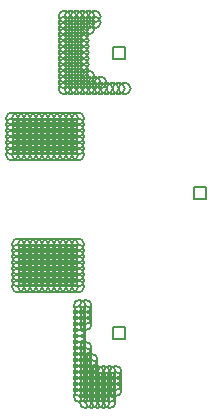
<source format=gbr>
G04 Layer_Color=2752767*
%FSLAX25Y25*%
%MOIN*%
%TF.FileFunction,Drawing*%
%TF.Part,Single*%
G01*
G75*
%ADD22C,0.00500*%
%ADD23C,0.00667*%
D22*
X364683Y438497D02*
Y442497D01*
X368683D01*
Y438497D01*
X364683D01*
X364683Y344905D02*
Y348905D01*
X368683D01*
Y344905D01*
X364683D01*
X391701Y391701D02*
Y395701D01*
X395701D01*
Y391701D01*
X391701D01*
D23*
X355000Y412500D02*
G03*
X355000Y412500I-2000J0D01*
G01*
X353000D02*
G03*
X353000Y412500I-2000J0D01*
G01*
X351000D02*
G03*
X351000Y412500I-2000J0D01*
G01*
X349000D02*
G03*
X349000Y412500I-2000J0D01*
G01*
X347000D02*
G03*
X347000Y412500I-2000J0D01*
G01*
X345000D02*
G03*
X345000Y412500I-2000J0D01*
G01*
X343000D02*
G03*
X343000Y412500I-2000J0D01*
G01*
X341000D02*
G03*
X341000Y412500I-2000J0D01*
G01*
Y414500D02*
G03*
X341000Y414500I-2000J0D01*
G01*
X343000D02*
G03*
X343000Y414500I-2000J0D01*
G01*
X345000D02*
G03*
X345000Y414500I-2000J0D01*
G01*
X347000D02*
G03*
X347000Y414500I-2000J0D01*
G01*
X349000D02*
G03*
X349000Y414500I-2000J0D01*
G01*
X351000D02*
G03*
X351000Y414500I-2000J0D01*
G01*
X353000D02*
G03*
X353000Y414500I-2000J0D01*
G01*
X355000D02*
G03*
X355000Y414500I-2000J0D01*
G01*
Y416500D02*
G03*
X355000Y416500I-2000J0D01*
G01*
X353000D02*
G03*
X353000Y416500I-2000J0D01*
G01*
X351000D02*
G03*
X351000Y416500I-2000J0D01*
G01*
X349000D02*
G03*
X349000Y416500I-2000J0D01*
G01*
X347000D02*
G03*
X347000Y416500I-2000J0D01*
G01*
X345000D02*
G03*
X345000Y416500I-2000J0D01*
G01*
X343000D02*
G03*
X343000Y416500I-2000J0D01*
G01*
X341000D02*
G03*
X341000Y416500I-2000J0D01*
G01*
Y418500D02*
G03*
X341000Y418500I-2000J0D01*
G01*
X343000D02*
G03*
X343000Y418500I-2000J0D01*
G01*
X345000D02*
G03*
X345000Y418500I-2000J0D01*
G01*
X347000D02*
G03*
X347000Y418500I-2000J0D01*
G01*
X349000D02*
G03*
X349000Y418500I-2000J0D01*
G01*
X351000D02*
G03*
X351000Y418500I-2000J0D01*
G01*
X353000D02*
G03*
X353000Y418500I-2000J0D01*
G01*
X355000D02*
G03*
X355000Y418500I-2000J0D01*
G01*
Y410500D02*
G03*
X355000Y410500I-2000J0D01*
G01*
X353000D02*
G03*
X353000Y410500I-2000J0D01*
G01*
X351000D02*
G03*
X351000Y410500I-2000J0D01*
G01*
X349000D02*
G03*
X349000Y410500I-2000J0D01*
G01*
X347000D02*
G03*
X347000Y410500I-2000J0D01*
G01*
X345000D02*
G03*
X345000Y410500I-2000J0D01*
G01*
X343000D02*
G03*
X343000Y410500I-2000J0D01*
G01*
X341000D02*
G03*
X341000Y410500I-2000J0D01*
G01*
X339000D02*
G03*
X339000Y410500I-2000J0D01*
G01*
Y412500D02*
G03*
X339000Y412500I-2000J0D01*
G01*
Y414500D02*
G03*
X339000Y414500I-2000J0D01*
G01*
Y416500D02*
G03*
X339000Y416500I-2000J0D01*
G01*
Y418500D02*
G03*
X339000Y418500I-2000J0D01*
G01*
X337000D02*
G03*
X337000Y418500I-2000J0D01*
G01*
Y416500D02*
G03*
X337000Y416500I-2000J0D01*
G01*
Y414500D02*
G03*
X337000Y414500I-2000J0D01*
G01*
Y412500D02*
G03*
X337000Y412500I-2000J0D01*
G01*
Y410500D02*
G03*
X337000Y410500I-2000J0D01*
G01*
X335000D02*
G03*
X335000Y410500I-2000J0D01*
G01*
Y412500D02*
G03*
X335000Y412500I-2000J0D01*
G01*
Y414500D02*
G03*
X335000Y414500I-2000J0D01*
G01*
Y416500D02*
G03*
X335000Y416500I-2000J0D01*
G01*
Y418500D02*
G03*
X335000Y418500I-2000J0D01*
G01*
X333000D02*
G03*
X333000Y418500I-2000J0D01*
G01*
Y416500D02*
G03*
X333000Y416500I-2000J0D01*
G01*
Y414500D02*
G03*
X333000Y414500I-2000J0D01*
G01*
Y412500D02*
G03*
X333000Y412500I-2000J0D01*
G01*
Y410500D02*
G03*
X333000Y410500I-2000J0D01*
G01*
X345000Y408500D02*
G03*
X345000Y408500I-2000J0D01*
G01*
X347000D02*
G03*
X347000Y408500I-2000J0D01*
G01*
X343000D02*
G03*
X343000Y408500I-2000J0D01*
G01*
X349000D02*
G03*
X349000Y408500I-2000J0D01*
G01*
X351000D02*
G03*
X351000Y408500I-2000J0D01*
G01*
X353000D02*
G03*
X353000Y408500I-2000J0D01*
G01*
X355000D02*
G03*
X355000Y408500I-2000J0D01*
G01*
X341000D02*
G03*
X341000Y408500I-2000J0D01*
G01*
X339000D02*
G03*
X339000Y408500I-2000J0D01*
G01*
X337000D02*
G03*
X337000Y408500I-2000J0D01*
G01*
X335000D02*
G03*
X335000Y408500I-2000J0D01*
G01*
X333000D02*
G03*
X333000Y408500I-2000J0D01*
G01*
Y406500D02*
G03*
X333000Y406500I-2000J0D01*
G01*
X335000D02*
G03*
X335000Y406500I-2000J0D01*
G01*
X337000D02*
G03*
X337000Y406500I-2000J0D01*
G01*
X339000D02*
G03*
X339000Y406500I-2000J0D01*
G01*
X341000D02*
G03*
X341000Y406500I-2000J0D01*
G01*
X343000D02*
G03*
X343000Y406500I-2000J0D01*
G01*
X345000D02*
G03*
X345000Y406500I-2000J0D01*
G01*
X347000D02*
G03*
X347000Y406500I-2000J0D01*
G01*
X349000D02*
G03*
X349000Y406500I-2000J0D01*
G01*
X351000D02*
G03*
X351000Y406500I-2000J0D01*
G01*
X353000D02*
G03*
X353000Y406500I-2000J0D01*
G01*
X355000D02*
G03*
X355000Y406500I-2000J0D01*
G01*
X366500Y428500D02*
G03*
X366500Y428500I-2000J0D01*
G01*
X364500D02*
G03*
X364500Y428500I-2000J0D01*
G01*
X362500D02*
G03*
X362500Y428500I-2000J0D01*
G01*
X360500D02*
G03*
X360500Y428500I-2000J0D01*
G01*
Y430500D02*
G03*
X360500Y430500I-2000J0D01*
G01*
X362500D02*
G03*
X362500Y430500I-2000J0D01*
G01*
X368500Y428500D02*
G03*
X368500Y428500I-2000J0D01*
G01*
X370500D02*
G03*
X370500Y428500I-2000J0D01*
G01*
X358500Y430500D02*
G03*
X358500Y430500I-2000J0D01*
G01*
Y428500D02*
G03*
X358500Y428500I-2000J0D01*
G01*
Y432500D02*
G03*
X358500Y432500I-2000J0D01*
G01*
X356500D02*
G03*
X356500Y432500I-2000J0D01*
G01*
Y430500D02*
G03*
X356500Y430500I-2000J0D01*
G01*
Y428500D02*
G03*
X356500Y428500I-2000J0D01*
G01*
Y434500D02*
G03*
X356500Y434500I-2000J0D01*
G01*
Y436500D02*
G03*
X356500Y436500I-2000J0D01*
G01*
Y438500D02*
G03*
X356500Y438500I-2000J0D01*
G01*
Y440500D02*
G03*
X356500Y440500I-2000J0D01*
G01*
Y442500D02*
G03*
X356500Y442500I-2000J0D01*
G01*
Y444500D02*
G03*
X356500Y444500I-2000J0D01*
G01*
Y446500D02*
G03*
X356500Y446500I-2000J0D01*
G01*
Y448500D02*
G03*
X356500Y448500I-2000J0D01*
G01*
X358500D02*
G03*
X358500Y448500I-2000J0D01*
G01*
Y450500D02*
G03*
X358500Y450500I-2000J0D01*
G01*
X356500D02*
G03*
X356500Y450500I-2000J0D01*
G01*
Y452500D02*
G03*
X356500Y452500I-2000J0D01*
G01*
X358500D02*
G03*
X358500Y452500I-2000J0D01*
G01*
X360500Y450500D02*
G03*
X360500Y450500I-2000J0D01*
G01*
Y452500D02*
G03*
X360500Y452500I-2000J0D01*
G01*
X354500D02*
G03*
X354500Y452500I-2000J0D01*
G01*
Y450500D02*
G03*
X354500Y450500I-2000J0D01*
G01*
Y448500D02*
G03*
X354500Y448500I-2000J0D01*
G01*
Y446500D02*
G03*
X354500Y446500I-2000J0D01*
G01*
Y444500D02*
G03*
X354500Y444500I-2000J0D01*
G01*
Y442500D02*
G03*
X354500Y442500I-2000J0D01*
G01*
Y440500D02*
G03*
X354500Y440500I-2000J0D01*
G01*
Y438500D02*
G03*
X354500Y438500I-2000J0D01*
G01*
Y436500D02*
G03*
X354500Y436500I-2000J0D01*
G01*
Y434500D02*
G03*
X354500Y434500I-2000J0D01*
G01*
Y432500D02*
G03*
X354500Y432500I-2000J0D01*
G01*
Y430500D02*
G03*
X354500Y430500I-2000J0D01*
G01*
Y428500D02*
G03*
X354500Y428500I-2000J0D01*
G01*
X352500D02*
G03*
X352500Y428500I-2000J0D01*
G01*
Y430500D02*
G03*
X352500Y430500I-2000J0D01*
G01*
Y432500D02*
G03*
X352500Y432500I-2000J0D01*
G01*
Y434500D02*
G03*
X352500Y434500I-2000J0D01*
G01*
Y436500D02*
G03*
X352500Y436500I-2000J0D01*
G01*
Y438500D02*
G03*
X352500Y438500I-2000J0D01*
G01*
Y440500D02*
G03*
X352500Y440500I-2000J0D01*
G01*
Y442500D02*
G03*
X352500Y442500I-2000J0D01*
G01*
Y444500D02*
G03*
X352500Y444500I-2000J0D01*
G01*
Y446500D02*
G03*
X352500Y446500I-2000J0D01*
G01*
Y448500D02*
G03*
X352500Y448500I-2000J0D01*
G01*
Y450500D02*
G03*
X352500Y450500I-2000J0D01*
G01*
Y452500D02*
G03*
X352500Y452500I-2000J0D01*
G01*
X350500D02*
G03*
X350500Y452500I-2000J0D01*
G01*
Y450500D02*
G03*
X350500Y450500I-2000J0D01*
G01*
Y448500D02*
G03*
X350500Y448500I-2000J0D01*
G01*
Y446500D02*
G03*
X350500Y446500I-2000J0D01*
G01*
Y444500D02*
G03*
X350500Y444500I-2000J0D01*
G01*
Y442500D02*
G03*
X350500Y442500I-2000J0D01*
G01*
Y440500D02*
G03*
X350500Y440500I-2000J0D01*
G01*
Y438500D02*
G03*
X350500Y438500I-2000J0D01*
G01*
Y436500D02*
G03*
X350500Y436500I-2000J0D01*
G01*
Y434500D02*
G03*
X350500Y434500I-2000J0D01*
G01*
Y432500D02*
G03*
X350500Y432500I-2000J0D01*
G01*
Y430500D02*
G03*
X350500Y430500I-2000J0D01*
G01*
Y428500D02*
G03*
X350500Y428500I-2000J0D01*
G01*
X357500Y356000D02*
G03*
X357500Y356000I-2000J0D01*
G01*
X355500D02*
G03*
X355500Y356000I-2000J0D01*
G01*
X357500Y354000D02*
G03*
X357500Y354000I-2000J0D01*
G01*
X355500D02*
G03*
X355500Y354000I-2000J0D01*
G01*
X357500Y352000D02*
G03*
X357500Y352000I-2000J0D01*
G01*
X355500D02*
G03*
X355500Y352000I-2000J0D01*
G01*
X357500Y350000D02*
G03*
X357500Y350000I-2000J0D01*
G01*
X355500D02*
G03*
X355500Y350000I-2000J0D01*
G01*
Y348000D02*
G03*
X355500Y348000I-2000J0D01*
G01*
Y346000D02*
G03*
X355500Y346000I-2000J0D01*
G01*
Y344000D02*
G03*
X355500Y344000I-2000J0D01*
G01*
Y342000D02*
G03*
X355500Y342000I-2000J0D01*
G01*
X357500D02*
G03*
X357500Y342000I-2000J0D01*
G01*
Y340000D02*
G03*
X357500Y340000I-2000J0D01*
G01*
X355500D02*
G03*
X355500Y340000I-2000J0D01*
G01*
Y338000D02*
G03*
X355500Y338000I-2000J0D01*
G01*
X357500D02*
G03*
X357500Y338000I-2000J0D01*
G01*
X359500D02*
G03*
X359500Y338000I-2000J0D01*
G01*
Y336000D02*
G03*
X359500Y336000I-2000J0D01*
G01*
X357500D02*
G03*
X357500Y336000I-2000J0D01*
G01*
X355500D02*
G03*
X355500Y336000I-2000J0D01*
G01*
Y334000D02*
G03*
X355500Y334000I-2000J0D01*
G01*
X357500D02*
G03*
X357500Y334000I-2000J0D01*
G01*
X359500D02*
G03*
X359500Y334000I-2000J0D01*
G01*
Y332000D02*
G03*
X359500Y332000I-2000J0D01*
G01*
X355500D02*
G03*
X355500Y332000I-2000J0D01*
G01*
X357500D02*
G03*
X357500Y332000I-2000J0D01*
G01*
X355500Y330000D02*
G03*
X355500Y330000I-2000J0D01*
G01*
X357500D02*
G03*
X357500Y330000I-2000J0D01*
G01*
X359500D02*
G03*
X359500Y330000I-2000J0D01*
G01*
X361500D02*
G03*
X361500Y330000I-2000J0D01*
G01*
Y332000D02*
G03*
X361500Y332000I-2000J0D01*
G01*
Y334000D02*
G03*
X361500Y334000I-2000J0D01*
G01*
X363500D02*
G03*
X363500Y334000I-2000J0D01*
G01*
Y332000D02*
G03*
X363500Y332000I-2000J0D01*
G01*
Y330000D02*
G03*
X363500Y330000I-2000J0D01*
G01*
X365500D02*
G03*
X365500Y330000I-2000J0D01*
G01*
Y332000D02*
G03*
X365500Y332000I-2000J0D01*
G01*
Y334000D02*
G03*
X365500Y334000I-2000J0D01*
G01*
X367500D02*
G03*
X367500Y334000I-2000J0D01*
G01*
Y332000D02*
G03*
X367500Y332000I-2000J0D01*
G01*
Y330000D02*
G03*
X367500Y330000I-2000J0D01*
G01*
Y328000D02*
G03*
X367500Y328000I-2000J0D01*
G01*
X365500D02*
G03*
X365500Y328000I-2000J0D01*
G01*
X363500D02*
G03*
X363500Y328000I-2000J0D01*
G01*
X361500D02*
G03*
X361500Y328000I-2000J0D01*
G01*
X359500D02*
G03*
X359500Y328000I-2000J0D01*
G01*
X357500D02*
G03*
X357500Y328000I-2000J0D01*
G01*
X355500D02*
G03*
X355500Y328000I-2000J0D01*
G01*
X365500Y326000D02*
G03*
X365500Y326000I-2000J0D01*
G01*
X363500D02*
G03*
X363500Y326000I-2000J0D01*
G01*
X361500D02*
G03*
X361500Y326000I-2000J0D01*
G01*
X359500D02*
G03*
X359500Y326000I-2000J0D01*
G01*
X357500D02*
G03*
X357500Y326000I-2000J0D01*
G01*
X355500D02*
G03*
X355500Y326000I-2000J0D01*
G01*
X365500Y324000D02*
G03*
X365500Y324000I-2000J0D01*
G01*
X363500D02*
G03*
X363500Y324000I-2000J0D01*
G01*
X361500D02*
G03*
X361500Y324000I-2000J0D01*
G01*
X359500D02*
G03*
X359500Y324000I-2000J0D01*
G01*
X357500D02*
G03*
X357500Y324000I-2000J0D01*
G01*
X355000Y376500D02*
G03*
X355000Y376500I-2000J0D01*
G01*
X353000D02*
G03*
X353000Y376500I-2000J0D01*
G01*
X351000D02*
G03*
X351000Y376500I-2000J0D01*
G01*
X355000Y374500D02*
G03*
X355000Y374500I-2000J0D01*
G01*
X353000D02*
G03*
X353000Y374500I-2000J0D01*
G01*
X351000D02*
G03*
X351000Y374500I-2000J0D01*
G01*
X349000Y376500D02*
G03*
X349000Y376500I-2000J0D01*
G01*
Y374500D02*
G03*
X349000Y374500I-2000J0D01*
G01*
X347000D02*
G03*
X347000Y374500I-2000J0D01*
G01*
Y376500D02*
G03*
X347000Y376500I-2000J0D01*
G01*
X345000D02*
G03*
X345000Y376500I-2000J0D01*
G01*
Y374500D02*
G03*
X345000Y374500I-2000J0D01*
G01*
X343000Y376500D02*
G03*
X343000Y376500I-2000J0D01*
G01*
Y374500D02*
G03*
X343000Y374500I-2000J0D01*
G01*
X341000D02*
G03*
X341000Y374500I-2000J0D01*
G01*
Y376500D02*
G03*
X341000Y376500I-2000J0D01*
G01*
X339000D02*
G03*
X339000Y376500I-2000J0D01*
G01*
Y374500D02*
G03*
X339000Y374500I-2000J0D01*
G01*
X337000D02*
G03*
X337000Y374500I-2000J0D01*
G01*
Y376500D02*
G03*
X337000Y376500I-2000J0D01*
G01*
X335000D02*
G03*
X335000Y376500I-2000J0D01*
G01*
Y374500D02*
G03*
X335000Y374500I-2000J0D01*
G01*
Y372500D02*
G03*
X335000Y372500I-2000J0D01*
G01*
X337000D02*
G03*
X337000Y372500I-2000J0D01*
G01*
X339000D02*
G03*
X339000Y372500I-2000J0D01*
G01*
X341000D02*
G03*
X341000Y372500I-2000J0D01*
G01*
X343000D02*
G03*
X343000Y372500I-2000J0D01*
G01*
X345000D02*
G03*
X345000Y372500I-2000J0D01*
G01*
X347000D02*
G03*
X347000Y372500I-2000J0D01*
G01*
X349000D02*
G03*
X349000Y372500I-2000J0D01*
G01*
X351000D02*
G03*
X351000Y372500I-2000J0D01*
G01*
X353000D02*
G03*
X353000Y372500I-2000J0D01*
G01*
X355000D02*
G03*
X355000Y372500I-2000J0D01*
G01*
Y370500D02*
G03*
X355000Y370500I-2000J0D01*
G01*
X353000D02*
G03*
X353000Y370500I-2000J0D01*
G01*
X351000D02*
G03*
X351000Y370500I-2000J0D01*
G01*
X349000D02*
G03*
X349000Y370500I-2000J0D01*
G01*
X347000D02*
G03*
X347000Y370500I-2000J0D01*
G01*
X345000D02*
G03*
X345000Y370500I-2000J0D01*
G01*
X343000D02*
G03*
X343000Y370500I-2000J0D01*
G01*
X341000D02*
G03*
X341000Y370500I-2000J0D01*
G01*
X339000D02*
G03*
X339000Y370500I-2000J0D01*
G01*
X337000D02*
G03*
X337000Y370500I-2000J0D01*
G01*
X335000D02*
G03*
X335000Y370500I-2000J0D01*
G01*
Y368500D02*
G03*
X335000Y368500I-2000J0D01*
G01*
X337000D02*
G03*
X337000Y368500I-2000J0D01*
G01*
X339000D02*
G03*
X339000Y368500I-2000J0D01*
G01*
D02*
G03*
X339000Y368500I-2000J0D01*
G01*
X341000D02*
G03*
X341000Y368500I-2000J0D01*
G01*
X343000D02*
G03*
X343000Y368500I-2000J0D01*
G01*
X345000D02*
G03*
X345000Y368500I-2000J0D01*
G01*
X347000D02*
G03*
X347000Y368500I-2000J0D01*
G01*
X349000D02*
G03*
X349000Y368500I-2000J0D01*
G01*
X351000D02*
G03*
X351000Y368500I-2000J0D01*
G01*
X353000D02*
G03*
X353000Y368500I-2000J0D01*
G01*
X355000D02*
G03*
X355000Y368500I-2000J0D01*
G01*
Y366500D02*
G03*
X355000Y366500I-2000J0D01*
G01*
X353000D02*
G03*
X353000Y366500I-2000J0D01*
G01*
X351000D02*
G03*
X351000Y366500I-2000J0D01*
G01*
X349000D02*
G03*
X349000Y366500I-2000J0D01*
G01*
X347000D02*
G03*
X347000Y366500I-2000J0D01*
G01*
X345000D02*
G03*
X345000Y366500I-2000J0D01*
G01*
X343000D02*
G03*
X343000Y366500I-2000J0D01*
G01*
X341000D02*
G03*
X341000Y366500I-2000J0D01*
G01*
X339000D02*
G03*
X339000Y366500I-2000J0D01*
G01*
X337000D02*
G03*
X337000Y366500I-2000J0D01*
G01*
X335000D02*
G03*
X335000Y366500I-2000J0D01*
G01*
Y364500D02*
G03*
X335000Y364500I-2000J0D01*
G01*
X337000D02*
G03*
X337000Y364500I-2000J0D01*
G01*
X339000D02*
G03*
X339000Y364500I-2000J0D01*
G01*
X341000D02*
G03*
X341000Y364500I-2000J0D01*
G01*
X343000D02*
G03*
X343000Y364500I-2000J0D01*
G01*
X345000D02*
G03*
X345000Y364500I-2000J0D01*
G01*
X347000D02*
G03*
X347000Y364500I-2000J0D01*
G01*
X349000D02*
G03*
X349000Y364500I-2000J0D01*
G01*
X351000D02*
G03*
X351000Y364500I-2000J0D01*
G01*
X353000D02*
G03*
X353000Y364500I-2000J0D01*
G01*
X355000D02*
G03*
X355000Y364500I-2000J0D01*
G01*
Y362500D02*
G03*
X355000Y362500I-2000J0D01*
G01*
X353000D02*
G03*
X353000Y362500I-2000J0D01*
G01*
X351000D02*
G03*
X351000Y362500I-2000J0D01*
G01*
X349000D02*
G03*
X349000Y362500I-2000J0D01*
G01*
X347000D02*
G03*
X347000Y362500I-2000J0D01*
G01*
X345000D02*
G03*
X345000Y362500I-2000J0D01*
G01*
X343000D02*
G03*
X343000Y362500I-2000J0D01*
G01*
X341000D02*
G03*
X341000Y362500I-2000J0D01*
G01*
X339000D02*
G03*
X339000Y362500I-2000J0D01*
G01*
X337000D02*
G03*
X337000Y362500I-2000J0D01*
G01*
X335000D02*
G03*
X335000Y362500I-2000J0D01*
G01*
%TF.MD5,FE43D2C3B0BE33B1C8C0A1379ACE0583*%
M02*

</source>
